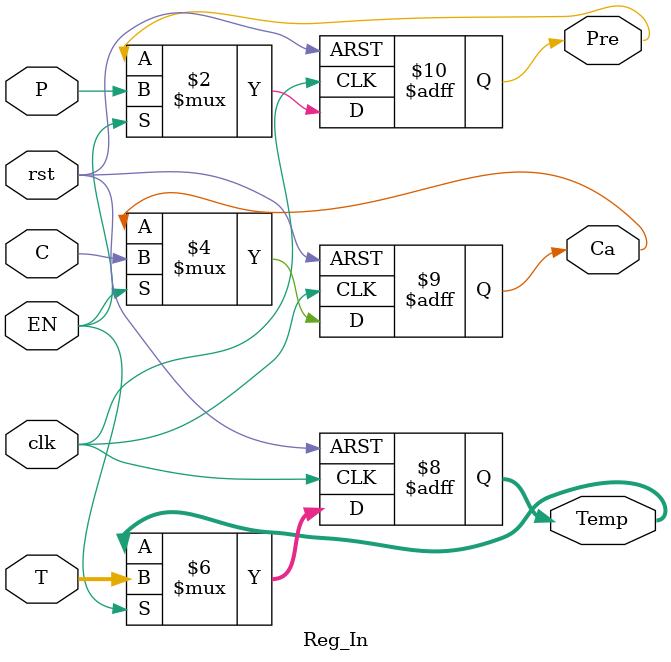
<source format=v>
`timescale 1ns / 1ps
module Reg_In(input wire [4:0] T, //Dato de temperatura
		input wire C, //Dato de ignición (carro encendido u apagago)
		input wire P, //Dato del sensor de precencia
		input wire EN, //Habilitador del registro
		input wire rst, //Reset del registro
		input wire clk,
		output reg [4:0] Temp, //Dato de temperatura guardado en el registro
		output reg Ca, //Dato de ignición guardado en el registro
		output reg Pre //Dato de presencia guardado en el registro
    );


always @(posedge clk or posedge rst)
begin
	if (rst) begin //Inicialización de variables con el reset
		Ca <= 1'b0;
		Temp <= 5'b0;
		Pre <= 1'b0;
	end
	else if (EN) begin //Evalua si se le india al registro que debe comenzar a tomar datos
		Ca <= C;
		Temp <= T;
		Pre <= P;
	end
end

endmodule

</source>
